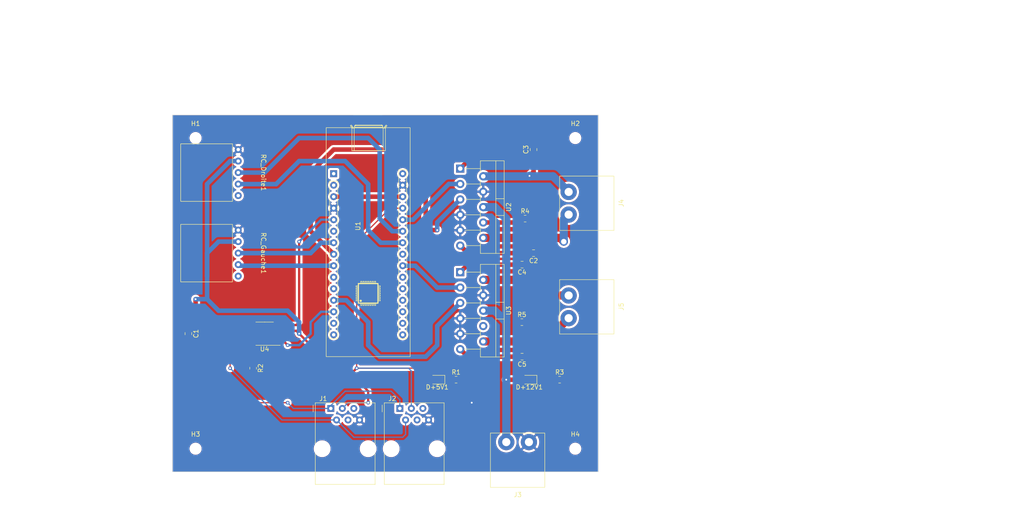
<source format=kicad_pcb>
(kicad_pcb (version 20221018) (generator pcbnew)
  (layers (0 "F.Cu" signal) (31 "B.Cu" signal) (34 "B.Paste" user) (35 "F.Paste" user) (36 "B.SilkS" user "B.Silkscreen") (37 "F.SilkS" user "F.Silkscreen") (38 "B.Mask" user) (39 "F.Mask" user) (44 "Edge.Cuts" user))
  (net 0 "")
  (net 1 "+5V")
  (net 2 "GND")
  (net 3 "Mot_D_Out2")
  (net 4 "Net-(U2-BOOTSTRAP2)")
  (net 5 "Mot_D_Out1")
  (net 6 "Net-(U2-BOOTSTRAP1)")
  (net 7 "Mot_G_Out1")
  (net 8 "Net-(U3-BOOTSTRAP1)")
  (net 9 "Mot_G_Out2")
  (net 10 "Net-(U3-BOOTSTRAP2)")
  (net 11 "Net-(D+5V1-K)")
  (net 12 "Net-(D+12V1-K)")
  (net 13 "+12V")
  (net 14 "CANL")
  (net 15 "CANH")
  (net 20 "Net-(U4-Rs)")
  (net 21 "Net-(U2-CURRENT_SENSE_OUTPUT)")
  (net 22 "Net-(U3-CURRENT_SENSE_OUTPUT)")
  (net 23 "A_D")
  (net 24 "B_D")
  (net 26 "A_G")
  (net 27 "B_G")
  (net 31 "Net-(U1-~{RST}-Pad28)")
  (net 32 "CAN_RX")
  (net 34 "PWM_D")
  (net 37 "PWM_G")
  (net 38 "CAN_TX")
  (net 47 "DIR_G")
  (net 49 "DIR_D")
  (footprint "Resistor_SMD:R_0805_2012Metric" (layer "F.Cu") (at 151.4875 93.98)
    (fp_text reference "R4" (at 0 -1.65) (layer "F.SilkS"))
    (fp_text value "R")
    (pad "1" smd roundrect (at -0.9125 0) (size 1.025 1.4) (layers "F.Cu" "F.Paste" "F.Mask") (roundrect_rratio 0.243902) (net 21 "Net-(U2-CURRENT_SENSE_OUTPUT)"))
    (pad "2" smd roundrect (at 0.9125 0) (size 1.025 1.4) (layers "F.Cu" "F.Paste" "F.Mask") (roundrect_rratio 0.243902) (net 2 "GND"))
  )
  (footprint "Capacitor_SMD:C_0805_2012Metric" (layer "F.Cu") (at 153.35 78.74 90)
    (fp_text reference "C3" (at 0 -1.68 90) (layer "F.SilkS"))
    (fp_text value "C_Polarized")
    (pad "1" smd roundrect (at -0.95 0 90) (size 1 1.45) (layers "F.Cu" "F.Paste" "F.Mask") (net 5 "Mot_D_Out1"))
    (pad "2" smd roundrect (at 0.95 0 90) (size 1 1.45) (layers "F.Cu" "F.Paste" "F.Mask") (net 6 "Net-(U2-BOOTSTRAP1)"))
  )
  (footprint "PCM_Robot:HE14-5-angle" (layer "F.Cu") (at 93.2325 101.6 -90)
    (fp_text reference "RC_Gauche1" (at 0 -0.5 -90 unlocked) (layer "F.SilkS"))
    (fp_text value "roues_codeuses")
    (pad "1" thru_hole circle (at -5.08 5.08 270) (size 1.524 1.524) (drill 0.762) (layers "*.Cu" "*.Mask") (net 2 "GND"))
    (pad "2" thru_hole circle (at -2.54 5.08 270) (size 1.524 1.524) (drill 0.762) (layers "*.Cu" "*.Mask") (net 1 "+5V"))
    (pad "3" thru_hole circle (at 0 5.08 270) (size 1.524 1.524) (drill 0.762) (layers "*.Cu" "*.Mask") (net 26 "A_G"))
    (pad "4" thru_hole circle (at 2.54 5.08 270) (size 1.524 1.524) (drill 0.762) (layers "*.Cu" "*.Mask") (net 27 "B_G"))
    (pad "5" thru_hole circle (at 5.08 5.08 270) (size 1.524 1.524) (drill 0.762) (layers "*.Cu" "*.Mask"))
  )
  (footprint "Capacitor_SMD:C_0805_2012Metric" (layer "F.Cu") (at 150.81 104.14 180)
    (fp_text reference "C4" (at 0 -1.68) (layer "F.SilkS"))
    (fp_text value "C_Polarized")
    (pad "1" smd roundrect (at -0.95 0 180) (size 1 1.45) (layers "F.Cu" "F.Paste" "F.Mask") (net 7 "Mot_G_Out1"))
    (pad "2" smd roundrect (at 0.95 0 180) (size 1 1.45) (layers "F.Cu" "F.Paste" "F.Mask") (net 8 "Net-(U3-BOOTSTRAP1)"))
  )
  (footprint "Capacitor_SMD:C_0805_2012Metric" (layer "F.Cu") (at 150.81 124.46 180)
    (fp_text reference "C5" (at 0 -1.68) (layer "F.SilkS"))
    (fp_text value "C_Polarized")
    (pad "1" smd roundrect (at -0.95 0 180) (size 1 1.45) (layers "F.Cu" "F.Paste" "F.Mask") (net 9 "Mot_G_Out2"))
    (pad "2" smd roundrect (at 0.95 0 180) (size 1 1.45) (layers "F.Cu" "F.Paste" "F.Mask") (net 10 "Net-(U3-BOOTSTRAP2)"))
  )
  (footprint "Capacitor_SMD:C_0805_2012Metric" (layer "F.Cu") (at 153.35 101.6 180)
    (fp_text reference "C2" (at 0 -1.68) (layer "F.SilkS"))
    (fp_text value "C_Polarized")
    (pad "1" smd roundrect (at -0.95 0 180) (size 1 1.45) (layers "F.Cu" "F.Paste" "F.Mask") (net 3 "Mot_D_Out2"))
    (pad "2" smd roundrect (at 0.95 0 180) (size 1 1.45) (layers "F.Cu" "F.Paste" "F.Mask") (net 4 "Net-(U2-BOOTSTRAP2)"))
  )
  (footprint "MountingHole:MountingHole_2.2mm_M2" (layer "F.Cu") (at 162.56 144.78)
    (fp_text reference "H4" (at 0 -3.2) (layer "F.SilkS"))
    (fp_text value "MountingHole")
    (pad "" np_thru_hole circle (at 0 0) (size 2.2 2.2) (drill 2.2) (layers "*.Cu" "*.Mask"))
  )
  (footprint "MountingHole:MountingHole_2.2mm_M2" (layer "F.Cu") (at 78.74 76.2)
    (fp_text reference "H1" (at 0 -3.2) (layer "F.SilkS"))
    (fp_text value "MountingHole")
    (pad "" np_thru_hole circle (at 0 0) (size 2.2 2.2) (drill 2.2) (layers "*.Cu" "*.Mask"))
  )
  (footprint "PCM_Robot:RJ12" (layer "F.Cu") (at 123.83 135.89)
    (fp_text reference "J2" (at -1.67 -2.16) (layer "F.SilkS"))
    (fp_text value "RJ_can")
    (pad "" np_thru_hole circle (at -1.91 8.89) (size 3.25 3.25) (drill 3.25) (layers "*.Cu" "*.Mask"))
    (pad "" np_thru_hole circle (at 8.25 8.89) (size 3.25 3.25) (drill 3.25) (layers "*.Cu" "*.Mask"))
    (pad "1" thru_hole rect (at 0 0) (size 1.52 1.52) (drill 0.76) (layers "*.Cu" "*.Mask") (net 14 "CANL"))
    (pad "2" thru_hole circle (at 1.27 2.54) (size 1.52 1.52) (drill 0.76) (layers "*.Cu" "*.Mask") (net 15 "CANH"))
    (pad "3" thru_hole circle (at 2.54 0) (size 1.52 1.52) (drill 0.76) (layers "*.Cu" "*.Mask") (net 1 "+5V"))
    (pad "4" thru_hole circle (at 3.81 2.54) (size 1.52 1.52) (drill 0.76) (layers "*.Cu" "*.Mask"))
    (pad "5" thru_hole circle (at 5.08 0) (size 1.52 1.52) (drill 0.76) (layers "*.Cu" "*.Mask"))
    (pad "6" thru_hole circle (at 6.35 2.54) (size 1.52 1.52) (drill 0.76) (layers "*.Cu" "*.Mask") (net 2 "GND"))
  )
  (footprint "LED_SMD:LED_0805_2012Metric" (layer "F.Cu") (at 132.08 129.54 180)
    (fp_text reference "D+5V1" (at 0 -1.65 180) (layer "F.SilkS"))
    (fp_text value "LED")
    (pad "1" smd roundrect (at -0.9375 0 180) (size 0.975 1.4) (layers "F.Cu" "F.Paste" "F.Mask") (net 11 "Net-(D+5V1-K)"))
    (pad "2" smd roundrect (at 0.9375 0 180) (size 0.975 1.4) (layers "F.Cu" "F.Paste" "F.Mask") (net 1 "+5V"))
  )
  (footprint "Package_TO_SOT_THT:TO-220-11_P3.4x5.08mm_StaggerOdd_Lead4.85mm_Vertical" (layer "F.Cu") (at 137.16 82.94 -90)
    (fp_text reference "U2" (at 8.5 -10.7 90) (layer "F.SilkS"))
    (fp_text value "LMD18200")
    (pad "1" thru_hole rect (at 0 0 270) (size 1.8 1.8) (drill 1) (layers "*.Cu" "*.Mask") (net 6 "Net-(U2-BOOTSTRAP1)"))
    (pad "2" thru_hole oval (at 1.7 -5.08 270) (size 1.8 1.8) (drill 1) (layers "*.Cu" "*.Mask") (net 5 "Mot_D_Out1"))
    (pad "3" thru_hole oval (at 3.4 0 270) (size 1.8 1.8) (drill 1) (layers "*.Cu" "*.Mask") (net 49 "DIR_D"))
    (pad "4" thru_hole oval (at 5.1 -5.08 270) (size 1.8 1.8) (drill 1) (layers "*.Cu" "*.Mask") (net 2 "GND"))
    (pad "5" thru_hole oval (at 6.8 0 270) (size 1.8 1.8) (drill 1) (layers "*.Cu" "*.Mask") (net 34 "PWM_D"))
    (pad "6" thru_hole oval (at 8.5 -5.08 270) (size 1.8 1.8) (drill 1) (layers "*.Cu" "*.Mask") (net 13 "+12V"))
    (pad "7" thru_hole oval (at 10.2 0 270) (size 1.8 1.8) (drill 1) (layers "*.Cu" "*.Mask") (net 2 "GND"))
    (pad "8" thru_hole oval (at 11.9 -5.08 270) (size 1.8 1.8) (drill 1) (layers "*.Cu" "*.Mask") (net 21 "Net-(U2-CURRENT_SENSE_OUTPUT)"))
    (pad "9" thru_hole oval (at 13.6 0 270) (size 1.8 1.8) (drill 1) (layers "*.Cu" "*.Mask") (net 2 "GND"))
    (pad "10" thru_hole oval (at 15.3 -5.08 270) (size 1.8 1.8) (drill 1) (layers "*.Cu" "*.Mask") (net 3 "Mot_D_Out2"))
    (pad "11" thru_hole oval (at 17 0 270) (size 1.8 1.8) (drill 1) (layers "*.Cu" "*.Mask") (net 4 "Net-(U2-BOOTSTRAP2)"))
  )
  (footprint "PCM_Robot:HE14-5-angle" (layer "F.Cu") (at 93.2325 83.82 -90)
    (fp_text reference "RC_Droite1" (at 0 -0.5 -90 unlocked) (layer "F.SilkS"))
    (fp_text value "roues_codeuses")
    (pad "1" thru_hole circle (at -5.08 5.08 270) (size 1.524 1.524) (drill 0.762) (layers "*.Cu" "*.Mask") (net 2 "GND"))
    (pad "2" thru_hole circle (at -2.54 5.08 270) (size 1.524 1.524) (drill 0.762) (layers "*.Cu" "*.Mask") (net 1 "+5V"))
    (pad "3" thru_hole circle (at 0 5.08 270) (size 1.524 1.524) (drill 0.762) (layers "*.Cu" "*.Mask") (net 23 "A_D"))
    (pad "4" thru_hole circle (at 2.54 5.08 270) (size 1.524 1.524) (drill 0.762) (layers "*.Cu" "*.Mask") (net 24 "B_D"))
    (pad "5" thru_hole circle (at 5.08 5.08 270) (size 1.524 1.524) (drill 0.762) (layers "*.Cu" "*.Mask"))
  )
  (footprint "Resistor_SMD:R_0805_2012Metric" (layer "F.Cu") (at 150.7725 116.84)
    (fp_text reference "R5" (at 0 -1.65) (layer "F.SilkS"))
    (fp_text value "R")
    (pad "1" smd roundrect (at -0.9125 0) (size 1.025 1.4) (layers "F.Cu" "F.Paste" "F.Mask") (roundrect_rratio 0.243902) (net 22 "Net-(U3-CURRENT_SENSE_OUTPUT)"))
    (pad "2" smd roundrect (at 0.9125 0) (size 1.025 1.4) (layers "F.Cu" "F.Paste" "F.Mask") (roundrect_rratio 0.243902) (net 2 "GND"))
  )
  (footprint "Package_TO_SOT_THT:TO-220-11_P3.4x5.08mm_StaggerOdd_Lead4.85mm_Vertical" (layer "F.Cu") (at 137.16 105.8 -90)
    (fp_text reference "U3" (at 8.5 -10.7 90) (layer "F.SilkS"))
    (fp_text value "LMD18200")
    (pad "1" thru_hole rect (at 0 0 270) (size 1.8 1.8) (drill 1) (layers "*.Cu" "*.Mask") (net 8 "Net-(U3-BOOTSTRAP1)"))
    (pad "2" thru_hole oval (at 1.7 -5.08 270) (size 1.8 1.8) (drill 1) (layers "*.Cu" "*.Mask") (net 7 "Mot_G_Out1"))
    (pad "3" thru_hole oval (at 3.4 0 270) (size 1.8 1.8) (drill 1) (layers "*.Cu" "*.Mask") (net 47 "DIR_G"))
    (pad "4" thru_hole oval (at 5.1 -5.08 270) (size 1.8 1.8) (drill 1) (layers "*.Cu" "*.Mask") (net 2 "GND"))
    (pad "5" thru_hole oval (at 6.8 0 270) (size 1.8 1.8) (drill 1) (layers "*.Cu" "*.Mask") (net 37 "PWM_G"))
    (pad "6" thru_hole oval (at 8.5 -5.08 270) (size 1.8 1.8) (drill 1) (layers "*.Cu" "*.Mask") (net 13 "+12V"))
    (pad "7" thru_hole oval (at 10.2 0 270) (size 1.8 1.8) (drill 1) (layers "*.Cu" "*.Mask") (net 2 "GND"))
    (pad "8" thru_hole oval (at 11.9 -5.08 270) (size 1.8 1.8) (drill 1) (layers "*.Cu" "*.Mask") (net 22 "Net-(U3-CURRENT_SENSE_OUTPUT)"))
    (pad "9" thru_hole oval (at 13.6 0 270) (size 1.8 1.8) (drill 1) (layers "*.Cu" "*.Mask") (net 2 "GND"))
    (pad "10" thru_hole oval (at 15.3 -5.08 270) (size 1.8 1.8) (drill 1) (layers "*.Cu" "*.Mask") (net 9 "Mot_G_Out2"))
    (pad "11" thru_hole oval (at 17 0 270) (size 1.8 1.8) (drill 1) (layers "*.Cu" "*.Mask") (net 10 "Net-(U3-BOOTSTRAP2)"))
  )
  (footprint "PCM_Robot:Nucleo_STM32G431KB" (layer "F.Cu") (at 109.22 84.064461)
    (fp_text reference "U1" (at 5.358 11.557 90 unlocked) (layer "F.SilkS"))
    (fp_text value "Nucleo_STM32G431KB")
    (pad "1" thru_hole trapezoid (at 0 0) (size 1.524 1.524) (drill 0.762) (layers "*.Cu" "*.Mask"))
    (pad "2" thru_hole circle (at 0 2.54) (size 1.524 1.524) (drill 0.762) (layers "*.Cu" "*.Mask"))
    (pad "3" thru_hole circle (at 0 5.08) (size 1.524 1.524) (drill 0.762) (layers "*.Cu" "*.Mask") (net 31 "Net-(U1-~{RST}-Pad28)"))
    (pad "4" thru_hole circle (at 0 7.62) (size 1.524 1.524) (drill 0.762) (layers "*.Cu" "*.Mask") (net 2 "GND"))
    (pad "5" thru_hole circle (at 0 10.16) (size 1.524 1.524) (drill 0.762) (layers "*.Cu" "*.Mask") (net 32 "CAN_RX"))
    (pad "6" thru_hole circle (at 0 12.7) (size 1.524 1.524) (drill 0.762) (layers "*.Cu" "*.Mask"))
    (pad "7" thru_hole circle (at 0 15.24) (size 1.524 1.524) (drill 0.762) (layers "*.Cu" "*.Mask") (net 26 "A_G"))
    (pad "8" thru_hole circle (at 0 17.78) (size 1.524 1.524) (drill 0.762) (layers "*.Cu" "*.Mask") (net 34 "PWM_D"))
    (pad "9" thru_hole circle (at 0 20.32) (size 1.524 1.524) (drill 0.762) (layers "*.Cu" "*.Mask") (net 27 "B_G"))
    (pad "10" thru_hole circle (at 0 22.86) (size 1.524 1.524) (drill 0.762) (layers "*.Cu" "*.Mask"))
    (pad "11" thru_hole circle (at 0 25.4) (size 1.524 1.524) (drill 0.762) (layers "*.Cu" "*.Mask"))
    (pad "12" thru_hole circle (at 0 27.94) (size 1.524 1.524) (drill 0.762) (layers "*.Cu" "*.Mask") (net 37 "PWM_G"))
    (pad "13" thru_hole circle (at 0 30.48) (size 1.524 1.524) (drill 0.762) (layers "*.Cu" "*.Mask") (net 38 "CAN_TX"))
    (pad "14" thru_hole circle (at 0 33.02) (size 1.524 1.524) (drill 0.762) (layers "*.Cu" "*.Mask"))
    (pad "15" thru_hole circle (at 0 35.56) (size 1.524 1.524) (drill 0.762) (layers "*.Cu" "*.Mask"))
    (pad "16" thru_hole circle (at 15.24 35.56) (size 1.524 1.524) (drill 0.762) (layers "*.Cu" "*.Mask"))
    (pad "17" thru_hole circle (at 15.24 33.02) (size 1.524 1.524) (drill 0.762) (layers "*.Cu" "*.Mask"))
    (pad "18" thru_hole circle (at 15.24 30.48) (size 1.524 1.524) (drill 0.762) (layers "*.Cu" "*.Mask"))
    (pad "19" thru_hole circle (at 15.24 27.94) (size 1.524 1.524) (drill 0.762) (layers "*.Cu" "*.Mask"))
    (pad "20" thru_hole circle (at 15.24 25.4) (size 1.524 1.524) (drill 0.762) (layers "*.Cu" "*.Mask"))
    (pad "21" thru_hole circle (at 15.24 22.86) (size 1.524 1.524) (drill 0.762) (layers "*.Cu" "*.Mask"))
    (pad "22" thru_hole circle (at 15.24 20.32) (size 1.524 1.524) (drill 0.762) (layers "*.Cu" "*.Mask") (net 47 "DIR_G"))
    (pad "23" thru_hole circle (at 15.24 17.78) (size 1.524 1.524) (drill 0.762) (layers "*.Cu" "*.Mask"))
    (pad "24" thru_hole circle (at 15.24 15.24) (size 1.524 1.524) (drill 0.762) (layers "*.Cu" "*.Mask") (net 24 "B_D"))
    (pad "25" thru_hole circle (at 15.24 12.7) (size 1.524 1.524) (drill 0.762) (layers "*.Cu" "*.Mask") (net 23 "A_D"))
    (pad "26" thru_hole circle (at 15.24 10.16) (size 1.524 1.524) (drill 0.762) (layers "*.Cu" "*.Mask") (net 49 "DIR_D"))
    (pad "27" thru_hole circle (at 15.24 7.62) (size 1.524 1.524) (drill 0.762) (layers "*.Cu" "*.Mask") (net 1 "+5V"))
    (pad "28" thru_hole circle (at 15.24 5.08) (size 1.524 1.524) (drill 0.762) (layers "*.Cu" "*.Mask") (net 31 "Net-(U1-~{RST}-Pad28)"))
    (pad "29" thru_hole circle (at 15.24 2.54) (size 1.524 1.524) (drill 0.762) (layers "*.Cu" "*.Mask") (net 2 "GND"))
    (pad "30" thru_hole circle (at 15.24 0) (size 1.524 1.524) (drill 0.762) (layers "*.Cu" "*.Mask"))
  )
  (footprint "Package_SO:SOIC-8_3.9x4.9mm_P1.27mm" (layer "F.Cu") (at 93.98 119.38 180)
    (fp_text reference "U4" (at 0 -3.4) (layer "F.SilkS"))
    (fp_text value "MCP2551-I-SN")
    (pad "1" smd roundrect (at -2.475 -1.905 180) (size 1.95 0.6) (layers "F.Cu" "F.Paste" "F.Mask") (net 38 "CAN_TX"))
    (pad "2" smd roundrect (at -2.475 -0.635 180) (size 1.95 0.6) (layers "F.Cu" "F.Paste" "F.Mask") (net 2 "GND"))
    (pad "3" smd roundrect (at -2.475 0.635 180) (size 1.95 0.6) (layers "F.Cu" "F.Paste" "F.Mask") (net 1 "+5V"))
    (pad "4" smd roundrect (at -2.475 1.905 180) (size 1.95 0.6) (layers "F.Cu" "F.Paste" "F.Mask") (net 32 "CAN_RX"))
    (pad "5" smd roundrect (at 2.475 1.905 180) (size 1.95 0.6) (layers "F.Cu" "F.Paste" "F.Mask"))
    (pad "6" smd roundrect (at 2.475 0.635 180) (size 1.95 0.6) (layers "F.Cu" "F.Paste" "F.Mask") (net 14 "CANL"))
    (pad "7" smd roundrect (at 2.475 -0.635 180) (size 1.95 0.6) (layers "F.Cu" "F.Paste" "F.Mask") (net 15 "CANH"))
    (pad "8" smd roundrect (at 2.475 -1.905 180) (size 1.95 0.6) (layers "F.Cu" "F.Paste" "F.Mask") (net 20 "Net-(U4-Rs)"))
  )
  (footprint "LED_SMD:LED_0805_2012Metric" (layer "F.Cu") (at 152.4 129.54 180)
    (fp_text reference "D+12V1" (at 0 -1.65 180) (layer "F.SilkS"))
    (fp_text value "LED")
    (pad "1" smd roundrect (at -0.9375 0 180) (size 0.975 1.4) (layers "F.Cu" "F.Paste" "F.Mask") (net 12 "Net-(D+12V1-K)"))
    (pad "2" smd roundrect (at 0.9375 0 180) (size 0.975 1.4) (layers "F.Cu" "F.Paste" "F.Mask") (net 13 "+12V"))
  )
  (footprint "PCM_Robot:WR_TBL_3137_2pins" (layer "F.Cu") (at 149.86 147.32)
    (fp_text reference "J3" (at 0 7.62 unlocked) (layer "F.SilkS"))
    (fp_text value "connector_power")
    (pad "1" thru_hole circle (at -2.5325 -4 180) (size 3.58 3.58) (drill 1.8) (layers "*.Cu" "*.Mask") (net 13 "+12V"))
    (pad "2" thru_hole circle (at 2.4675 -4 180) (size 3.58 3.58) (drill 1.8) (layers "*.Cu" "*.Mask") (net 2 "GND"))
  )
  (footprint "Capacitor_SMD:C_0805_2012Metric" (layer "F.Cu") (at 77.15 119.38 -90)
    (fp_text reference "C1" (at 0 -1.68 90) (layer "F.SilkS"))
    (fp_text value "C_Polarized")
    (pad "1" smd roundrect (at -0.95 0 270) (size 1 1.45) (layers "F.Cu" "F.Paste" "F.Mask") (net 1 "+5V"))
    (pad "2" smd roundrect (at 0.95 0 270) (size 1 1.45) (layers "F.Cu" "F.Paste" "F.Mask") (net 2 "GND"))
  )
  (footprint "PCM_Robot:WR_TBL_3137_2pins" (layer "F.Cu") (at 165.1 113.42 90)
    (fp_text reference "J5" (at 0 7.62 90 unlocked) (layer "F.SilkS"))
    (fp_text value "connector_power")
    (pad "1" thru_hole circle (at -2.5325 -4 270) (size 3.58 3.58) (drill 1.8) (layers "*.Cu" "*.Mask") (net 9 "Mot_G_Out2"))
    (pad "2" thru_hole circle (at 2.4675 -4 270) (size 3.58 3.58) (drill 1.8) (layers "*.Cu" "*.Mask") (net 7 "Mot_G_Out1"))
  )
  (footprint "Resistor_SMD:R_0805_2012Metric" (layer "F.Cu") (at 159.1075 129.54)
    (fp_text reference "R3" (at 0 -1.65) (layer "F.SilkS"))
    (fp_text value "R")
    (pad "1" smd roundrect (at -0.9125 0) (size 1.025 1.4) (layers "F.Cu" "F.Paste" "F.Mask") (roundrect_rratio 0.243902) (net 12 "Net-(D+12V1-K)"))
    (pad "2" smd roundrect (at 0.9125 0) (size 1.025 1.4) (layers "F.Cu" "F.Paste" "F.Mask") (roundrect_rratio 0.243902) (net 2 "GND"))
  )
  (footprint "Resistor_SMD:R_0805_2012Metric" (layer "F.Cu") (at 136.2475 129.54)
    (fp_text reference "R1" (at 0 -1.65) (layer "F.SilkS"))
    (fp_text value "R")
    (pad "1" smd roundrect (at -0.9125 0) (size 1.025 1.4) (layers "F.Cu" "F.Paste" "F.Mask") (roundrect_rratio 0.243902) (net 11 "Net-(D+5V1-K)"))
    (pad "2" smd roundrect (at 0.9125 0) (size 1.025 1.4) (layers "F.Cu" "F.Paste" "F.Mask") (roundrect_rratio 0.243902) (net 2 "GND"))
  )
  (footprint "Resistor_SMD:R_0805_2012Metric" (layer "F.Cu") (at 91.44 127 -90)
    (fp_text reference "R2" (at 0 -1.65 90) (layer "F.SilkS"))
    (fp_text value "R")
    (pad "1" smd roundrect (at -0.9125 0 270) (size 1.025 1.4) (layers "F.Cu" "F.Paste" "F.Mask") (roundrect_rratio 0.243902) (net 20 "Net-(U4-Rs)"))
    (pad "2" smd roundrect (at 0.9125 0 270) (size 1.025 1.4) (layers "F.Cu" "F.Paste" "F.Mask") (roundrect_rratio 0.243902) (net 2 "GND"))
  )
  (footprint "MountingHole:MountingHole_2.2mm_M2" (layer "F.Cu") (at 162.56 76.2)
    (fp_text reference "H2" (at 0 -3.2) (layer "F.SilkS"))
    (fp_text value "MountingHole")
    (pad "" np_thru_hole circle (at 0 0) (size 2.2 2.2) (drill 2.2) (layers "*.Cu" "*.Mask"))
  )
  (footprint "PCM_Robot:WR_TBL_3137_2pins" (layer "F.Cu") (at 165.1 90.56 90)
    (fp_text reference "J4" (at 0 7.62 90 unlocked) (layer "F.SilkS"))
    (fp_text value "connector_power")
    (pad "1" thru_hole circle (at -2.5325 -4 270) (size 3.58 3.58) (drill 1.8) (layers "*.Cu" "*.Mask") (net 3 "Mot_D_Out2"))
    (pad "2" thru_hole circle (at 2.4675 -4 270) (size 3.58 3.58) (drill 1.8) (layers "*.Cu" "*.Mask") (net 5 "Mot_D_Out1"))
  )
  (footprint "PCM_Robot:RJ12" (layer "F.Cu") (at 108.59 135.89)
    (fp_text reference "J1" (at -1.67 -2.16) (layer "F.SilkS"))
    (fp_text value "RJ_can")
    (pad "" np_thru_hole circle (at -1.91 8.89) (size 3.25 3.25) (drill 3.25) (layers "*.Cu" "*.Mask"))
    (pad "" np_thru_hole circle (at 8.25 8.89) (size 3.25 3.25) (drill 3.25) (layers "*.Cu" "*.Mask"))
    (pad "1" thru_hole rect (at 0 0) (size 1.52 1.52) (drill 0.76) (layers "*.Cu" "*.Mask") (net 14 "CANL"))
    (pad "2" thru_hole circle (at 1.27 2.54) (size 1.52 1.52) (drill 0.76) (layers "*.Cu" "*.Mask") (net 15 "CANH"))
    (pad "3" thru_hole circle (at 2.54 0) (size 1.52 1.52) (drill 0.76) (layers "*.Cu" "*.Mask") (net 1 "+5V"))
    (pad "4" thru_hole circle (at 3.81 2.54) (size 1.52 1.52) (drill 0.76) (layers "*.Cu" "*.Mask"))
    (pad "5" thru_hole circle (at 5.08 0) (size 1.52 1.52) (drill 0.76) (layers "*.Cu" "*.Mask"))
    (pad "6" thru_hole circle (at 6.35 2.54) (size 1.52 1.52) (drill 0.76) (layers "*.Cu" "*.Mask") (net 2 "GND"))
  )
  (footprint "MountingHole:MountingHole_2.2mm_M2" (layer "F.Cu") (at 78.74 144.78)
    (fp_text reference "H3" (at 0 -3.2) (layer "F.SilkS"))
    (fp_text value "MountingHole")
    (pad "" np_thru_hole circle (at 0 0) (size 2.2 2.2) (drill 2.2) (layers "*.Cu" "*.Mask"))
  )
  (gr_rect (start 73.66 71.12) (end 167.6146 71.12) (stroke (width 0.1)) (fill none) (layer "Edge.Cuts"))
  (gr_line (start 114.3 149.86) (end 106.68 149.86) (stroke (width 0.1)) (layer "Edge.Cuts"))
  (gr_rect (start 73.66 149.86) (end 111.76 149.86) (stroke (width 0.1)) (fill none) (layer "Edge.Cuts"))
  (gr_rect (start 73.66 71.12) (end 73.66 149.86) (stroke (width 0.1)) (fill none) (layer "Edge.Cuts"))
  (gr_rect (start 167.6146 71.12) (end 167.64 149.86) (stroke (width 0.1)) (fill none) (layer "Edge.Cuts"))
  (gr_line (start 167.64 149.86) (end 114.3 149.86) (stroke (width 0.1)) (layer "Edge.Cuts"))
  (gr_text "Joel Imbergamo\n2023-AAA" (at 83.82 147.32) (layer "F.Cu") (effects (font (size 1.5 1.5) (thickness 0.3) bold) (justify left bottom)))
  (gr_text "12V" (at 137.16 144.78) (layer "F.Cu") (effects (font (size 1.5 1.5) (thickness 0.3) bold) (justify left bottom)))
  (gr_text "USB" (at 114.3 73.66) (layer "F.Cu") (effects (font (size 1.5 1.5) (thickness 0.3) bold) (justify left bottom)))
  (segment (start 116.84 132.08) (end 116.84 134.62) (width 0.5) (layer "F.Cu") (net 1))
  (segment (start 114.3 99.06) (end 121.675539 91.684461) (width 0.25) (layer "F.Cu") (net 1))
  (segment (start 101.6 119.38) (end 106.68 124.46) (width 0.5) (layer "F.Cu") (net 1))
  (segment (start 128.6025 127) (end 114.3 127) (width 0.25) (layer "F.Cu") (net 1))
  (segment (start 106.68 127) (end 109.22 129.54) (width 0.5) (layer "F.Cu") (net 1))
  (segment (start 78.74 116.84) (end 77.15 118.43) (width 1) (layer "F.Cu") (net 1))
  (segment (start 106.68 124.46) (end 106.68 127) (width 0.5) (layer "F.Cu") (net 1))
  (segment (start 96.455 118.745) (end 100.965 118.745) (width 0.5) (layer "F.Cu") (net 1))
  (segment (start 121.675539 91.684461) (end 124.46 91.684461) (width 0.25) (layer "F.Cu") (net 1))
  (segment (start 100.965 118.745) (end 101.6 119.38) (width 0.5) (layer "F.Cu") (net 1))
  (segment (start 111.76 129.54) (end 114.3 127) (width 0.5) (layer "F.Cu") (net 1))
  (segment (start 114.3 127) (end 114.3 99.06) (width 0.25) (layer "F.Cu") (net 1))
  (segment (start 111.76 129.54) (end 114.3 129.54) (width 0.5) (layer "F.Cu") (net 1))
  (segment (start 114.3 129.54) (end 116.84 132.08) (width 0.5) (layer "F.Cu") (net 1))
  (segment (start 109.22 129.54) (end 111.76 129.54) (width 0.5) (layer "F.Cu") (net 1))
  (segment (start 78.74 111.76) (end 78.74 116.84) (width 1) (layer "F.Cu") (net 1))
  (segment (start 131.1425 129.54) (end 128.6025 127) (width 0.25) (layer "F.Cu") (net 1))
  (via (at 101.6 119.38) (size 0.8) (drill 0.4) (layers "F.Cu" "B.Cu") (net 1))
  (via (at 116.84 134.62) (size 0.8) (drill 0.4) (layers "F.Cu" "B.Cu") (net 1))
  (via (at 78.74 111.76) (size 0.8) (drill 0.4) (layers "F.Cu" "B.Cu") (net 1))
  (via (at 114.3 127) (size 0.8) (drill 0.4) (layers "F.Cu" "B.Cu") (net 1))
  (segment (start 88.1525 99.06) (end 83.82 99.06) (width 1) (layer "B.Cu") (net 1))
  (segment (start 126.37 135.89) (end 126.37 127.63) (width 0.25) (layer "B.Cu") (net 1))
  (segment (start 86.36 81.28) (end 81.28 86.36) (width 1) (layer "B.Cu") (net 1))
  (segment (start 126.37 127.63) (end 125.74 127) (width 0.25) (layer "B.Cu") (net 1))
  (segment (start 81.28 106.68) (end 81.28 111.76) (width 1) (layer "B.Cu") (net 1))
  (segment (start 101.6 116.84) (end 101.6 119.38) (width 1) (layer "B.Cu") (net 1))
  (segment (start 83.82 99.06) (end 81.28 101.6) (width 1) (layer "B.Cu") (net 1))
  (segment (start 111.13 135.89) (end 112.4 134.62) (width 0.25) (layer "B.Cu") (net 1))
  (segment (start 81.28 111.76) (end 83.82 114.3) (width 1) (layer "B.Cu") (net 1))
  (segment (start 99.06 114.3) (end 101.6 116.84) (width 1) (layer "B.Cu") (net 1))
  (segment (start 83.82 114.3) (end 99.06 114.3) (width 1) (layer "B.Cu") (net 1))
  (segment (start 81.28 111.76) (end 78.74 111.76) (width 1) (layer "B.Cu") (net 1))
  (segment (start 114.3 134.62) (end 116.84 134.62) (width 0.25) (layer "B.Cu") (net 1))
  (segment (start 81.28 101.6) (end 81.28 106.68) (width 1) (layer "B.Cu") (net 1))
  (segment (start 112.4 134.62) (end 114.3 134.62) (width 0.25) (layer "B.Cu") (net 1))
  (segment (start 125.74 127) (end 114.3 127) (width 0.25) (layer "B.Cu") (net 1))
  (segment (start 88.1525 81.28) (end 86.36 81.28) (width 1) (layer "B.Cu") (net 1))
  (segment (start 81.28 86.36) (end 81.28 106.68) (width 1) (layer "B.Cu") (net 1))
  (via (at 139.7 134.62) (size 0.8) (drill 0.4) (layers "F.Cu" "B.Cu") (net 2))
  (segment (start 158.4925 98.24) (end 159.2 98.24) (width 1.8) (layer "F.Cu") (net 3))
  (segment (start 159.2 98.24) (end 160.02 99.06) (width 1.8) (layer "F.Cu") (net 3))
  (segment (start 154.3 101.42) (end 157.48 98.24) (width 1) (layer "F.Cu") (net 3))
  (segment (start 154.3 101.6) (end 154.3 101.42) (width 1) (layer "F.Cu") (net 3))
  (segment (start 157.48 98.24) (end 158.4925 98.24) (width 1.8) (layer "F.Cu") (net 3))
  (segment (start 142.24 98.24) (end 157.48 98.24) (width 1.8) (layer "F.Cu") (net 3))
  (via (at 160.02 99.06) (size 1.8) (drill 1.2) (layers "F.Cu" "B.Cu") (net 3))
  (segment (start 160.02 99.06) (end 160.02 94.1725) (width 1.8) (layer "B.Cu") (net 3))
  (segment (start 160.02 94.1725) (end 161.1 93.0925) (width 1.8) (layer "B.Cu") (net 3))
  (segment (start 138.82 101.6) (end 137.16 99.94) (width 1) (layer "F.Cu") (net 4))
  (segment (start 152.4 101.6) (end 138.82 101.6) (width 1) (layer "F.Cu") (net 4))
  (segment (start 153.35 79.69) (end 153.35 83.658223) (width 1) (layer "F.Cu") (net 5))
  (segment (start 153.35 83.658223) (end 152.454922 84.553301) (width 1) (layer "F.Cu") (net 5))
  (via (at 152.454922 84.553301) (size 0.8) (drill 0.4) (layers "F.Cu" "B.Cu") (net 5))
  (segment (start 152.541621 84.64) (end 157.6475 84.64) (width 1.8) (layer "B.Cu") (net 5))
  (segment (start 152.454922 84.553301) (end 152.541621 84.64) (width 1.8) (layer "B.Cu") (net 5))
  (segment (start 152.368223 84.64) (end 152.454922 84.553301) (width 1.8) (layer "B.Cu") (net 5))
  (segment (start 142.24 84.64) (end 152.368223 84.64) (width 1.8) (layer "B.Cu") (net 5))
  (segment (start 157.6475 84.64) (end 161.1 88.0925) (width 1.8) (layer "B.Cu") (net 5))
  (segment (start 142.31 77.79) (end 137.16 82.94) (width 1) (layer "F.Cu") (net 6))
  (segment (start 153.35 77.79) (end 142.31 77.79) (width 1) (layer "F.Cu") (net 6))
  (segment (start 151.76 106.44) (end 150.7 107.5) (width 1) (layer "F.Cu") (net 7))
  (segment (start 150.68 107.5) (end 154.1325 110.9525) (width 1.8) (layer "F.Cu") (net 7))
  (segment (start 154.1325 110.9525) (end 161.1 110.9525) (width 1.8) (layer "F.Cu") (net 7))
  (segment (start 151.76 104.14) (end 151.76 106.44) (width 1) (layer "F.Cu") (net 7))
  (segment (start 150.68 107.5) (end 150.7 107.5) (width 1.8) (layer "F.Cu") (net 7))
  (segment (start 142.24 107.5) (end 150.68 107.5) (width 1.8) (layer "F.Cu") (net 7))
  (segment (start 149.86 104.14) (end 138.82 104.14) (width 1) (layer "F.Cu") (net 8))
  (segment (start 138.82 104.14) (end 137.16 105.8) (width 1) (layer "F.Cu") (net 8))
  (segment (start 151.76 124.46) (end 151.76 121.74) (width 1) (layer "F.Cu") (net 9))
  (segment (start 142.24 121.1) (end 149.92 121.1) (width 1.8) (layer "F.Cu") (net 9))
  (segment (start 155.9525 121.1) (end 161.1 115.9525) (width 1.8) (layer "F.Cu") (net 9))
  (segment (start 151.76 121.74) (end 152.4 121.1) (width 1) (layer "F.Cu") (net 9))
  (segment (start 149.92 121.1) (end 152.4 121.1) (width 1.8) (layer "F.Cu") (net 9))
  (segment (start 152.4 121.1) (end 155.9525 121.1) (width 1.8) (layer "F.Cu") (net 9))
  (segment (start 149.86 124.46) (end 138.82 124.46) (width 1) (layer "F.Cu") (net 10))
  (segment (start 138.82 124.46) (end 137.16 122.8) (width 1) (layer "F.Cu") (net 10))
  (segment (start 133.0175 129.54) (end 135.335 129.54) (width 1) (layer "F.Cu") (net 11))
  (segment (start 153.3375 129.54) (end 158.195 129.54) (width 1) (layer "F.Cu") (net 12))
  (segment (start 151.4625 129.54) (end 147.32 129.54) (width 1) (layer "F.Cu") (net 13))
  (via (at 147.32 129.54) (size 0.8) (drill 0.4) (layers "F.Cu" "B.Cu") (net 13))
  (segment (start 147.32 116.84) (end 147.32 93.98) (width 1.8) (layer "B.Cu") (net 13))
  (segment (start 147.32 93.98) (end 144.78 91.44) (width 1.8) (layer "B.Cu") (net 13))
  (segment (start 147.32 129.54) (end 147.32 116.84) (width 1.8) (layer "B.Cu") (net 13))
  (segment (start 144.78 91.44) (end 142.24 91.44) (width 1.8) (layer "B.Cu") (net 13))
  (segment (start 147.3275 143.32) (end 147.3275 129.5475) (width 1.8) (layer "B.Cu") (net 13))
  (segment (start 147.3275 129.5475) (end 147.32 129.54) (width 1.8) (layer "B.Cu") (net 13))
  (segment (start 147.32 116.84) (end 144.78 114.3) (width 1.8) (layer "B.Cu") (net 13))
  (segment (start 144.78 114.3) (end 142.24 114.3) (width 1.8) (layer "B.Cu") (net 13))
  (segment (start 83.82 121.92) (end 86.36 119.38) (width 0.25) (layer "F.Cu") (net 14))
  (segment (start 83.82 132.08) (end 83.82 121.92) (width 0.25) (layer "F.Cu") (net 14))
  (segment (start 86.995 118.745) (end 86.36 119.38) (width 0.5) (layer "F.Cu") (net 14))
  (segment (start 91.505 118.745) (end 86.995 118.745) (width 0.5) (layer "F.Cu") (net 14))
  (segment (start 99.06 134.62) (end 86.36 134.62) (width 0.25) (layer "F.Cu") (net 14))
  (segment (start 86.36 134.62) (end 83.82 132.08) (width 0.25) (layer "F.Cu") (net 14))
  (via (at 99.06 134.62) (size 0.8) (drill 0.4) (layers "F.Cu" "B.Cu") (net 14))
  (segment (start 100.33 135.89) (end 99.06 134.62) (width 0.25) (layer "B.Cu") (net 14))
  (segment (start 111.76 132.08) (end 108.59 135.25) (width 0.25) (layer "B.Cu") (net 14))
  (segment (start 108.59 135.89) (end 100.33 135.89) (width 0.25) (layer "B.Cu") (net 14))
  (segment (start 121.92 132.08) (end 111.76 132.08) (width 0.25) (layer "B.Cu") (net 14))
  (segment (start 108.59 135.25) (end 108.59 135.89) (width 0.25) (layer "B.Cu") (net 14))
  (segment (start 123.83 133.99) (end 121.92 132.08) (width 0.25) (layer "B.Cu") (net 14))
  (segment (start 123.83 135.89) (end 123.83 133.99) (width 0.25) (layer "B.Cu") (net 14))
  (segment (start 86.36 121.92) (end 88.265 120.015) (width 0.25) (layer "F.Cu") (net 15))
  (segment (start 86.36 127) (end 86.36 121.92) (width 0.25) (layer "F.Cu") (net 15))
  (segment (start 91.505 120.015) (end 88.265 120.015) (width 0.5) (layer "F.Cu") (net 15))
  (via (at 86.36 127) (size 0.8) (drill 0.4) (layers "F.Cu" "B.Cu") (net 15))
  (segment (start 113.67 142.24) (end 109.86 138.43) (width 0.25) (layer "B.Cu") (net 15))
  (segment (start 109.86 138.43) (end 97.79 138.43) (width 0.25) (layer "B.Cu") (net 15))
  (segment (start 124.46 142.24) (end 113.67 142.24) (width 0.25) (layer "B.Cu") (net 15))
  (segment (start 125.1 138.43) (end 125.1 141.6) (width 0.25) (layer "B.Cu") (net 15))
  (segment (start 97.79 138.43) (end 86.36 127) (width 0.25) (layer "B.Cu") (net 15))
  (segment (start 125.1 141.6) (end 124.46 142.24) (width 0.25) (layer "B.Cu") (net 15))
  (segment (start 91.505 126.0225) (end 91.44 126.0875) (width 0.5) (layer "F.Cu") (net 20))
  (segment (start 91.505 121.285) (end 91.505 126.0225) (width 0.5) (layer "F.Cu") (net 20))
  (segment (start 142.24 94.84) (end 149.715 94.84) (width 1) (layer "F.Cu") (net 21))
  (segment (start 149.715 94.84) (end 150.575 93.98) (width 1) (layer "F.Cu") (net 21))
  (segment (start 122.164461 96.764461) (end 124.46 96.764461) (width 1) (layer "B.Cu") (net 23))
  (segment (start 119.38 78.74) (end 119.38 93.98) (width 1) (layer "B.Cu") (net 23))
  (segment (start 93.98 83.82) (end 101.6 76.2) (width 1) (layer "B.Cu") (net 23))
  (segment (start 116.84 76.2) (end 119.38 78.74) (width 1) (layer "B.Cu") (net 23))
  (segment (start 88.1525 83.82) (end 93.98 83.82) (width 1) (layer "B.Cu") (net 23))
  (segment (start 101.6 76.2) (end 116.84 76.2) (width 1) (layer "B.Cu") (net 23))
  (segment (start 119.38 93.98) (end 122.164461 96.764461) (width 1) (layer "B.Cu") (net 23))
  (segment (start 116.84 86.36) (end 111.76 81.28) (width 1) (layer "B.Cu") (net 24))
  (segment (start 101.6 81.28) (end 96.52 86.36) (width 1) (layer "B.Cu") (net 24))
  (segment (start 124.46 99.304461) (end 119.624461 99.304461) (width 1) (layer "B.Cu") (net 24))
  (segment (start 119.624461 99.304461) (end 116.84 96.52) (width 1) (layer "B.Cu") (net 24))
  (segment (start 96.52 86.36) (end 88.1525 86.36) (width 1) (layer "B.Cu") (net 24))
  (segment (start 111.76 81.28) (end 101.6 81.28) (width 1) (layer "B.Cu") (net 24))
  (segment (start 116.84 96.52) (end 116.84 86.36) (width 1) (layer "B.Cu") (net 24))
  (segment (start 88.1525 101.6) (end 104.14 101.6) (width 1) (layer "B.Cu") (net 26))
  (segment (start 106.435539 99.304461) (end 109.22 99.304461) (width 1) (layer "B.Cu") (net 26))
  (segment (start 104.14 101.6) (end 106.435539 99.304461) (width 1) (layer "B.Cu") (net 26))
  (segment (start 109.22 104.384461) (end 88.396961 104.384461) (width 1) (layer "B.Cu") (net 27))
  (segment (start 88.396961 104.384461) (end 88.1525 104.14) (width 1) (layer "B.Cu") (net 27))
  (segment (start 109.22 89.144461) (end 124.46 89.144461) (width 1) (layer "F.Cu") (net 31))
  (segment (start 96.455 117.475) (end 100.965 117.475) (width 0.5) (layer "F.Cu") (net 32))
  (segment (start 101.6 116.84) (end 101.6 99.06) (width 0.5) (layer "F.Cu") (net 32))
  (segment (start 100.965 117.475) (end 101.6 116.84) (width 0.5) (layer "F.Cu") (net 32))
  (via (at 101.6 99.06) (size 0.8) (drill 0.4) (layers "F.Cu" "B.Cu") (net 32))
  (segment (start 106.435539 94.224461) (end 109.22 94.224461) (width 0.5) (layer "B.Cu") (net 32))
  (segment (start 101.6 99.06) (end 106.435539 94.224461) (width 0.5) (layer "B.Cu") (net 32))
  (segment (start 104.14 96.764461) (end 109.22 101.844461) (width 1) (layer "F.Cu") (net 34))
  (segment (start 129.54 81.28) (end 127 78.74) (width 1) (layer "F.Cu") (net 34))
  (segment (start 109.22 78.74) (end 104.14 83.82) (width 1) (layer "F.Cu") (net 34))
  (segment (start 132.08 96.52) (end 129.54 96.52) (width 1) (layer "F.Cu") (net 34))
  (segment (start 129.54 96.52) (end 129.54 81.28) (width 1) (layer "F.Cu") (net 34))
  (segment (start 104.14 83.82) (end 104.14 96.764461) (width 1) (layer "F.Cu") (net 34))
  (segment (start 127 78.74) (end 109.22 78.74) (width 1) (layer "F.Cu") (net 34))
  (via (at 132.08 96.52) (size 0.8) (drill 0.4) (layers "F.Cu" "B.Cu") (net 34))
  (segment (start 137.16 89.74) (end 132.08 94.82) (width 1) (layer "B.Cu") (net 34))
  (segment (start 132.08 94.82) (end 132.08 96.52) (width 1) (layer "B.Cu") (net 34))
  (segment (start 137.16 112.6) (end 132.08 117.68) (width 1) (layer "B.Cu") (net 37))
  (segment (start 132.08 117.68) (end 132.08 121.92) (width 1) (layer "B.Cu") (net 37))
  (segment (start 119.38 124.46) (end 116.84 121.92) (width 1) (layer "B.Cu") (net 37))
  (segment (start 116.84 116.84) (end 112.004461 112.004461) (width 1) (layer "B.Cu") (net 37))
  (segment (start 132.08 121.92) (end 129.54 124.46) (width 1) (layer "B.Cu") (net 37))
  (segment (start 129.54 124.46) (end 119.38 124.46) (width 1) (layer "B.Cu") (net 37))
  (segment (start 112.004461 112.004461) (end 109.22 112.004461) (width 1) (layer "B.Cu") (net 37))
  (segment (start 116.84 121.92) (end 116.84 116.84) (width 1) (layer "B.Cu") (net 37))
  (segment (start 98.425 121.285) (end 99.06 121.92) (width 0.5) (layer "F.Cu") (net 38))
  (segment (start 96.455 121.285) (end 98.425 121.285) (width 0.5) (layer "F.Cu") (net 38))
  (via (at 99.06 121.92) (size 0.8) (drill 0.4) (layers "F.Cu" "B.Cu") (net 38))
  (segment (start 101.6 121.92) (end 104.14 119.38) (width 0.5) (layer "B.Cu") (net 38))
  (segment (start 106.435539 114.544461) (end 109.22 114.544461) (width 0.5) (layer "B.Cu") (net 38))
  (segment (start 99.06 121.92) (end 101.6 121.92) (width 0.5) (layer "B.Cu") (net 38))
  (segment (start 104.14 119.38) (end 104.14 116.84) (width 0.5) (layer "B.Cu") (net 38))
  (segment (start 104.14 116.84) (end 106.435539 114.544461) (width 0.5) (layer "B.Cu") (net 38))
  (segment (start 127.244461 104.384461) (end 124.46 104.384461) (width 1) (layer "B.Cu") (net 47))
  (segment (start 137.16 109.2) (end 132.06 109.2) (width 1) (layer "B.Cu") (net 47))
  (segment (start 132.06 109.2) (end 127.244461 104.384461) (width 1) (layer "B.Cu") (net 47))
  (segment (start 134.64 86.34) (end 137.16 86.34) (width 1) (layer "B.Cu") (net 49))
  (segment (start 126.755539 94.224461) (end 134.64 86.34) (width 1) (layer "B.Cu") (net 49))
  (segment (start 124.46 94.224461) (end 126.755539 94.224461) (width 1) (layer "B.Cu") (net 49))
  (zone (net 2) (net_name "GND") (layers "F&B.Cu") (name "gnd") (connect_pads (clearance 0.5)) (min_thickness 0.25) (fill yes (thermal_gap 0.5) (thermal_bridge_width 0.5))
    (polygon (pts (xy 261.62 157.48) (xy 261.62 45.72) (xy 35.56 45.72) (xy 35.56 157.48)))
  )
)
</source>
